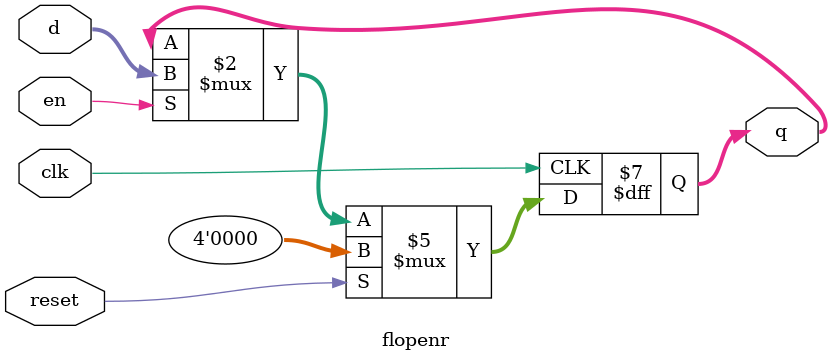
<source format=sv>
module flopenr(	input logic clk,
						input logic reset,
						input logic en,
						input logic [3:0] d,
						output logic [3:0] q);
			//Sincronizamos el reset 
			always_ff@(posedge clk)
			if(reset)
				q <= 4'b0;
			else if(en)
				q<=d; //Asignasion no bloqueante
endmodule

</source>
